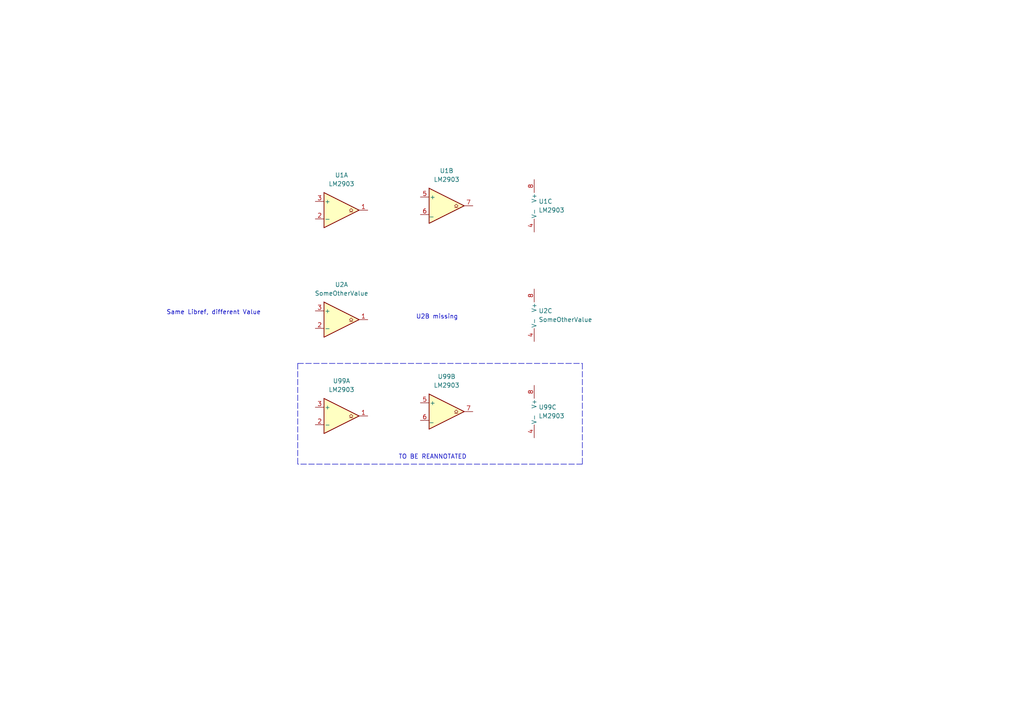
<source format=kicad_sch>
(kicad_sch (version 20211123) (generator eeschema)
  (paper "A4")
  (lib_symbols
    (symbol "Comparator:LM2903" (pin_names (offset 0.127))
      (property "Reference" "U" (at 3.81 3.81 0))
      (property "Value" "LM2903" (at 6.35 -3.81 0))
      (symbol "LM2903_1_1"
        (polyline (pts (xy -5.08 5.08) (xy 5.08 0) (xy -5.08 -5.08) (xy -5.08 5.08)) (stroke (width 0.254)) (fill (type background)))
        (polyline (pts (xy 3.302 -0.508) (xy 2.794 -0.508) (xy 3.302 0) (xy 2.794 0.508) (xy 2.286 0) (xy 2.794 -0.508) (xy 2.286 -0.508)) (stroke (width 0.127)))
        (pin open_collector line (at 7.62 0 180) (length 2.54) (name "~") (number "1"))
        (pin input line (at -7.62 -2.54 0) (length 2.54) (name "-") (number "2"))
        (pin input line (at -7.62 2.54 0) (length 2.54) (name "+") (number "3"))
      )
      (symbol "LM2903_2_1"
        (polyline (pts (xy -5.08 5.08) (xy 5.08 0) (xy -5.08 -5.08) (xy -5.08 5.08)) (stroke (width 0.254)) (fill (type background)))
        (polyline (pts (xy 3.302 -0.508) (xy 2.794 -0.508) (xy 3.302 0) (xy 2.794 0.508) (xy 2.286 0) (xy 2.794 -0.508) (xy 2.286 -0.508)) (stroke (width 0.127)))
        (pin input line (at -7.62 2.54 0) (length 2.54) (name "+") (number "5"))
        (pin input line (at -7.62 -2.54 0) (length 2.54) (name "_") (number "6"))
        (pin open_collector line (at 7.62 0 180) (length 2.54) (name "~") (number "7"))
      )
      (symbol "LM2903_3_1"
        (pin power_in line (at -2.54 -7.62 90) (length 3.81) (name "V-") (number "4"))
        (pin power_in line (at -2.54 7.62 270) (length 3.81) (name "V+") (number "8"))
      )
    )
  )
  (polyline (pts (xy 86.36 105.41) (xy 168.91 105.41)))
  (polyline (pts (xy 168.91 105.41) (xy 168.91 134.62)))
  (polyline (pts (xy 168.91 134.62) (xy 86.36 134.62)))
  (polyline (pts (xy 86.36 105.41) (xy 86.36 134.62)))
  (text "TO BE REANNOTATED" (at 115.57 133.35 0) (effects (font (size 1.27 1.27)) (justify left bottom)))
  (text "Same Libref, different Value" (at 48.26 91.44 0) (effects (font (size 1.27 1.27)) (justify left bottom)))
  (text "U2B missing" (at 120.65 92.71 0) (effects (font (size 1.27 1.27)) (justify left bottom)))
  (symbol (lib_id "Comparator:LM2903") (at 157.48 91.44 0) (unit 3)
    (property "Reference" "U2" (at 156.21 90.1699 0) (effects (justify left)))
    (property "Value" "SomeOtherValue" (at 156.21 92.7099 0) (effects (justify left)))
    (property "Datasheet" "http://www.ti.com/lit/ds/symlink/lm393.pdf" (effects hide))
  )
  (symbol (lib_id "Comparator:LM2903") (at 157.48 59.69 0) (unit 3)
    (property "Reference" "U1" (at 156.21 58.4199 0) (effects (justify left)))
    (property "Value" "LM2903" (at 156.21 60.9599 0) (effects (justify left)))
    (property "Datasheet" "http://www.ti.com/lit/ds/symlink/lm393.pdf" (effects hide))
  )
  (symbol (lib_id "Comparator:LM2903") (at 99.06 120.65 0) (unit 1)
    (property "Reference" "U99" (at 99.06 110.49 0))
    (property "Value" "LM2903" (at 99.06 113.03 0))
    (property "Datasheet" "http://www.ti.com/lit/ds/symlink/lm393.pdf" (effects hide))
  )
  (symbol (lib_id "Comparator:LM2903") (at 99.06 92.71 0) (unit 1)
    (property "Reference" "U2" (at 99.06 82.55 0))
    (property "Value" "SomeOtherValue" (at 99.06 85.09 0))
    (property "Datasheet" "http://www.ti.com/lit/ds/symlink/lm393.pdf" (effects hide))
  )
  (symbol (lib_id "Comparator:LM2903") (at 157.48 119.38 0) (unit 3)
    (property "Reference" "U99" (at 156.21 118.1099 0) (effects (justify left)))
    (property "Value" "LM2903" (at 156.21 120.6499 0) (effects (justify left)))
    (property "Datasheet" "http://www.ti.com/lit/ds/symlink/lm393.pdf" (effects hide))
  )
  (symbol (lib_id "Comparator:LM2903") (at 99.06 60.96 0) (unit 1)
    (property "Reference" "U1" (at 99.06 50.8 0))
    (property "Value" "LM2903" (at 99.06 53.34 0))
    (property "Datasheet" "http://www.ti.com/lit/ds/symlink/lm393.pdf" (effects hide))
  )
  (symbol (lib_id "Comparator:LM2903") (at 129.54 59.69 0) (unit 2)
    (property "Reference" "U1" (at 129.54 49.53 0))
    (property "Value" "LM2903" (at 129.54 52.07 0))
    (property "Datasheet" "http://www.ti.com/lit/ds/symlink/lm393.pdf" (effects hide))
  )
  (symbol (lib_id "Comparator:LM2903") (at 129.54 119.38 0) (unit 2)
    (property "Reference" "U99" (at 129.54 109.22 0))
    (property "Value" "LM2903" (at 129.54 111.76 0))
    (property "Datasheet" "http://www.ti.com/lit/ds/symlink/lm393.pdf" (effects hide))
  )
)
</source>
